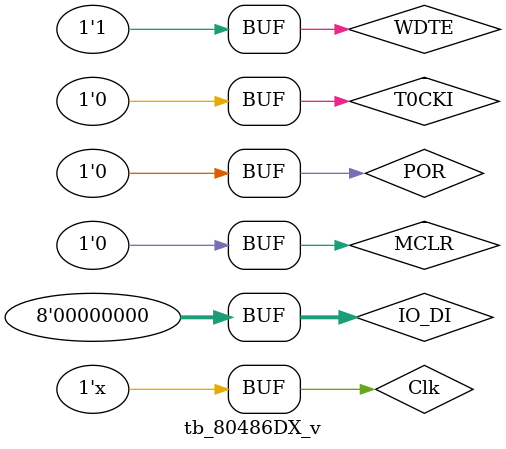
<source format=v>

`timescale 1ns / 1ps


module tb_80486DX_v;

	// UUT Module Ports
	reg     POR;

	reg     Clk;
	reg     ClkEn;

	wire    [11:0] PC;
	reg     [11:0] ROM;

	reg     MCLR;
	reg     T0CKI;
	reg     WDTE;

	wire    WE_TRISA;
    wire    WE_TRISB;
    wire    WE_TRISC;
	wire    WE_PORTA;
    wire    WE_PORTB;
    wire    WE_PORTC;
    wire    RE_PORTA;
    wire    RE_PORTB;
    wire    RE_PORTC;
    
    wire    [7:0] IO_DO;
    reg     [7:0] IO_DI;

	// UUT Module Test Ports
    
    wire    Rst;
    
    wire    [5:0] OPTION;

    wire    [11:0] IR;
    wire    [ 9:0] dIR;
	wire    [11:0] ALU_Op;
	wire    [ 8:0] KI;
	wire    Err;
	
	wire    Skip;

 	wire    [11:0] TOS;
	wire    [11:0] NOS;

	wire    [7:0] W;

	wire    [6:0] FA;
	wire    [7:0] DO;
	wire    [7:0] DI;

	wire    [7:0] TMR0;
	wire    [7:0] FSR;
	wire    [7:0] STATUS;
	
    wire    T0CKI_Pls;
	
    wire    WDTClr;
	wire    [9:0] WDT;
	wire    WDT_TC;
	wire    WDT_TO;
	
    wire    [7:0] PSCntr;
	wire    PSC_Pls;
    
	// Instantiate the Unit Under Test (UUT)

	P16C5x  #(
                .pWDT_Size(10)
            ) uut (
                .POR(POR), 
                .Clk(Clk), 
                .ClkEn(ClkEn), 

                .MCLR(MCLR), 
                .T0CKI(T0CKI), 

                .WDTE(WDTE),
                
                .PC(PC), 
                .ROM(ROM), 
                
                .WE_TRISA(WE_TRISA), 
                .WE_TRISB(WE_TRISB), 
                .WE_TRISC(WE_TRISC), 
                .WE_PORTA(WE_PORTA), 
                .WE_PORTB(WE_PORTB), 
                .WE_PORTC(WE_PORTC), 
                .RE_PORTA(RE_PORTA), 
                .RE_PORTB(RE_PORTB), 
                .RE_PORTC(RE_PORTC),
                .IO_DO(IO_DO),
                .IO_DI(IO_DI),
                
                .Rst(Rst),
                
                .OPTION(OPTION), 

                .IR(IR),
                .dIR(dIR), 
                .ALU_Op(ALU_Op), 
                .KI(KI), 
                .Err(Err), 

                .Skip(Skip), 

                .TOS(TOS), 
                .NOS(NOS), 
                .W(W), 
                .FA(FA), 
                .DO(DO), 
                .DI(DI), 
                .TMR0(TMR0), 
                .FSR(FSR), 
                .STATUS(STATUS), 
                .T0CKI_Pls(T0CKI_Pls), 
                .WDTClr(WDTClr), 
                .WDT(WDT), 
                .WDT_TC(WDT_TC), 
                .WDT_TO(WDT_TO), 
                .PSCntr(PSCntr), 
                .PSC_Pls(PSC_Pls)
            );

	initial begin
		// Initialize Inputs
		POR     = 1;
		Clk     = 1;
        ClkEn   = 1;
//        IR      = 0;
		IO_DI   = 0;
		MCLR    = 0;
		T0CKI   = 0;
		WDTE    = 1;

		// Wait 100 ns for global reset to finish
		#101;

        POR = 0;
//        ClkEn = 1;

        #899;
        
	end
    
    always #5 Clk = ~Clk;
    
    always @(posedge Clk)
    begin
        if(POR)
            #1 ClkEn <= 0;
        else
            #1 ClkEn <= ~ClkEn;
    end
    
    // Test Program ROM
      
//    always @(PC or POR)
    always @(posedge Clk or posedge POR)
    begin
        if(POR)
            ROM <= 12'b1010_0000_0000;                  // GOTO    0x000   ;; Reset Vector: Jump 0x000 (Start)
        else
            case(PC[11:0])
                12'h000 : ROM <= #1 12'b0111_0110_0011; // BTFSS   0x03,3  ;; Test PD (STATUS.3), if set, not SLEEP restart
                12'h001 : ROM <= #1 12'b1010_0011_0000; // GOTO    0x030   ;; SLEEP restart, continue test program
                12'h002 : ROM <= #1 12'b1100_0000_0111; // MOVLW   0x07    ;; load OPTION
                12'h003 : ROM <= #1 12'b0000_0000_0010; // OPTION
                12'h004 : ROM <= #1 12'b0000_0100_0000; // CLRW            ;; clear working register
                12'h005 : ROM <= #1 12'b0000_0000_0101; // TRISA           ;; load W into port control registers
                12'h006 : ROM <= #1 12'b0000_0000_0110; // TRISB
                12'h007 : ROM <= #1 12'b0000_0000_0111; // TRISC
                12'h008 : ROM <= #1 12'b1010_0000_1010; // GOTO    0x00A   ;; Test GOTO
                12'h009 : ROM <= #1 12'b1100_1111_1111; // MOVLW   0xFF    ;; instruction should be skipped
                12'h00A : ROM <= #1 12'b1001_0000_1101; // CALL    0x0D    ;; Test CALL
                12'h00B : ROM <= #1 12'b0000_0010_0010; // MOVWF   0x02    ;; Test Computed GOTO, Load PCL with W
                12'h00C : ROM <= #1 12'b0000_0000_0000; // NOP             ;; No Operation
                12'h00D : ROM <= #1 12'b1000_0000_1110; // RETLW   0x0E    ;; Test RETLW, return 0x0E in W
                12'h00E : ROM <= #1 12'b1100_0000_1001; // MOVLW   0x09    ;; starting RAM + 1
                12'h00F : ROM <= #1 12'b0000_0010_0100; // MOVWF   0x04    ;; indirect address register (FSR)
//
                12'h010 : ROM <= #1 12'b1100_0001_0111; // MOVLW   0x17    ;; internal RAM count - 1
                12'h011 : ROM <= #1 12'b0000_0010_1000; // MOVWF   0x08    ;; loop counter
                12'h012 : ROM <= #1 12'b0000_0100_0000; // CLRW            ;; zero working register
                12'h013 : ROM <= #1 12'b0000_0010_0000; // MOVWF   0x00    ;; clear RAM indirectly
                12'h014 : ROM <= #1 12'b0010_1010_0100; // INCF    0x04,1  ;; increment FSR
                12'h015 : ROM <= #1 12'b0010_1110_1000; // DECFSZ  0x08,1  ;; decrement loop counter
                12'h016 : ROM <= #1 12'b1010_0001_0011; // GOTO    0x013   ;; loop until loop counter == 0
                12'h017 : ROM <= #1 12'b1100_0000_1001; // MOVLW   0x09    ;; starting RAM + 1
                12'h018 : ROM <= #1 12'b0000_0010_0100; // MOVWF   0x04    ;; reload FSR
                12'h019 : ROM <= #1 12'b1100_1110_1001; // MOVLW   0xE9    ;; set loop counter to 256 - 23
                12'h01A : ROM <= #1 12'b0000_0010_1000; // MOVWF   0x08
                12'h01B : ROM <= #1 12'b0010_0000_0000; // MOVF    0x00,0  ;; read memory into W 
                12'h01C : ROM <= #1 12'b0011_1110_1000; // INCFSZ  0x08,1  ;; increment counter loop until 0
                12'h01D : ROM <= #1 12'b1010_0001_1011; // GOTO    0x01B   ;; loop    
                12'h01E : ROM <= #1 12'b0000_0000_0100; // CLRWDT          ;; clear WDT
                12'h01F : ROM <= #1 12'b0000_0110_1000; // CLRF    0x08    ;; Clear Memory Location 0x08
//
                12'h020 : ROM <= #1 12'b0010_0110_1000; // DECF    0x08,1  ;; Decrement Memory Location 0x08
                12'h021 : ROM <= #1 12'b0001_1100_1000; // ADDWF   0x08,0  ;; Add Memory Location 0x08 to W, Store in W
                12'h022 : ROM <= #1 12'b0000_1010_1000; // SUBWF   0x08,1  ;; Subtract Memory Location 0x08
                12'h023 : ROM <= #1 12'b0011_0110_1000; // RLF     0x08,1  ;; Rotate Memory Location 0x08
                12'h024 : ROM <= #1 12'b0011_0010_1000; // RRF     0x08,1  ;; Rotate Memory Location
                12'h025 : ROM <= #1 12'b1100_0110_1001; // MOVLW   0x69    ;; Load W with test pattern: W <= 0x69
                12'h026 : ROM <= #1 12'b0000_0010_1000; // MOVWF   0x08    ;; Initialize Memory with test pattern
                12'h027 : ROM <= #1 12'b0011_1010_1000; // SWAPF   0x08,1  ;; Test SWAPF: (0x08) <= 0x96 
                12'h028 : ROM <= #1 12'b0001_0010_1000; // IORWF   0x08,1  ;; Test IORWF: (0x08) <= 0x69 | 0x96 
                12'h029 : ROM <= #1 12'b0001_0110_1000; // ANDWF   0x08,1  ;; Test ANDWF: (0x08) <= 0x69 & 0xFF
                12'h02A : ROM <= #1 12'b0001_1010_1000; // XORWF   0x08,1  :: Test XORWF: (0x08) <= 0x69 ^ 0x69
                12'h02B : ROM <= #1 12'b0010_0110_1000; // COMF    0x08    ;; Test COMF:  (0x08) <= ~0x00  
                12'h02C : ROM <= #1 12'b1101_1001_0110; // IORLW   0x96    ;; Test IORLW:      W <= 0x69 | 0x96
                12'h02D : ROM <= #1 12'b1110_0110_1001; // ANDLW   0x69    ;; Test ANDLW:      W <= 0xFF & 0x69
                12'h02E : ROM <= #1 12'b1111_0110_1001; // XORLW   0x69    ;; Test XORLW:      W <= 0x69 ^ 0x69
                12'h02F : ROM <= #1 12'b0000_0000_0011; // SLEEP           ;; Stop Execution of test program: HALT
//
                12'h030 : ROM <= #1 12'b0000_0000_0100; // CLRWDT          ;; Detected SLEEP restart, Clr WDT to reset PD
                12'h031 : ROM <= #1 12'b0110_0110_0011; // BTFSC   0x03,3  ;; Check STATUS.3, skip if ~PD clear
                12'h032 : ROM <= #1 12'b1010_0011_0100; // GOTO    0x034   ;; ~PD is set, CLRWDT cleared PD
                12'h033 : ROM <= #1 12'b1010_0011_0011; // GOTO    0x033   ;; ERROR: hold here on error
                12'h034 : ROM <= #1 12'b1100_0001_0000; // MOVLW   0x10    ;; Load FSR with non-banked RAM address
                12'h035 : ROM <= #1 12'b0000_0010_0100; // MOVWF   0x04    ;; Initialize FSR for Bit Processor Tests
                12'h036 : ROM <= #1 12'b0000_0110_0000; // CLRF    0x00    ;; Clear non-banked RAM location using INDF
                12'h037 : ROM <= #1 12'b0101_0000_0011; // BSF     0x03,0  ;; Set   STATUS.0 (C) bit 
                12'h038 : ROM <= #1 12'b0100_0010_0011; // BCF     0x03,1  ;; Clear STATUS.1 (DC) bit
                12'h039 : ROM <= #1 12'b0100_0100_0011; // BCF     0x03,2  ;; Clear STATUS.2 (Z) bit
                12'h03A : ROM <= #1 12'b0010_0000_0011; // MOVF    0x03,0  ;; Load W with STATUS
                12'h03B : ROM <= #1 12'b0011_0000_0000; // RRF     0x00,0  ;; Rotate Right RAM location: C <= 0,      W <= 0x80
                12'h03C : ROM <= #1 12'b0011_0110_0000; // RLF     0x00,0  ;; Rotate Left  RAM location: C <= 0, (INDF) <= 0x00
                12'h03D : ROM <= #1 12'b0000_0010_0000; // MOVWF   0x00    ;; Write result back to RAM: (INDF) <= 0x80
                12'h03E : ROM <= #1 12'b0000_0010_0001; // MOVWF   0x01    ;; Write to TMR0, clear Prescaler
                12'h03F : ROM <= #1 12'b1010_0100_0000; // GOTO    0x040   ;; Restart Program
//
                12'h040 : ROM <= #1 12'b0000_0000_0100; // CLRWDT          ;; Detected SLEEP restart, Clr WDT to reset PD
                12'h041 : ROM <= #1 12'b1100_1010_1010; // MOVLW   0xAA    ;; Load W with 0xAA
                12'h042 : ROM <= #1 12'b0000_0010_0101; // MOVWF   0x05    ;; WE_PortA
                12'h043 : ROM <= #1 12'b0000_0010_0110; // MOVWF   0x06    ;; WE_PortB
                12'h044 : ROM <= #1 12'b0000_0010_0111; // MOVWF   0x07    ;; WE_PortC
                12'h045 : ROM <= #1 12'b0010_0000_0101; // MOVF    0x05,0  ;; RE_PortA
                12'h046 : ROM <= #1 12'b0010_0000_0110; // MOVF    0x06,0  ;; RE_PortB
                12'h047 : ROM <= #1 12'b0010_0000_0111; // MOVF    0x07,0  ;; RE_PortC
                12'h048 : ROM <= #1 12'b0010_0110_0101; // COMF    0x05    ;; Complement PortA
                12'h049 : ROM <= #1 12'b0010_0110_0110; // COMF    0x06    ;; Complement PortB
                12'h04A : ROM <= #1 12'b0010_0110_0111; // COMF    0x07    ;; Complement PortC
                12'h04B : ROM <= #1 12'b0000_0110_0101; // CLRF    0x05    ;; Clear PortA
                12'h04C : ROM <= #1 12'b0000_0110_0110; // CLRF    0x06    ;; Clear PortB
                12'h04D : ROM <= #1 12'b0000_0110_0111; // CLRF    0x07    ;; Clear PortC
                12'h04E : ROM <= #1 12'b0000_0100_0000; // CLRW            ;; zero working register
                12'h04F : ROM <= #1 12'b1010_0000_0000; // GOTO    0x000   ;; Restart Program
//
                default : ROM <= #1 12'b1010_0000_0000; // GOTO    0x000   ;; Reset Vector: Jump 0x000 (Start)
            endcase
    end
    
endmodule


</source>
